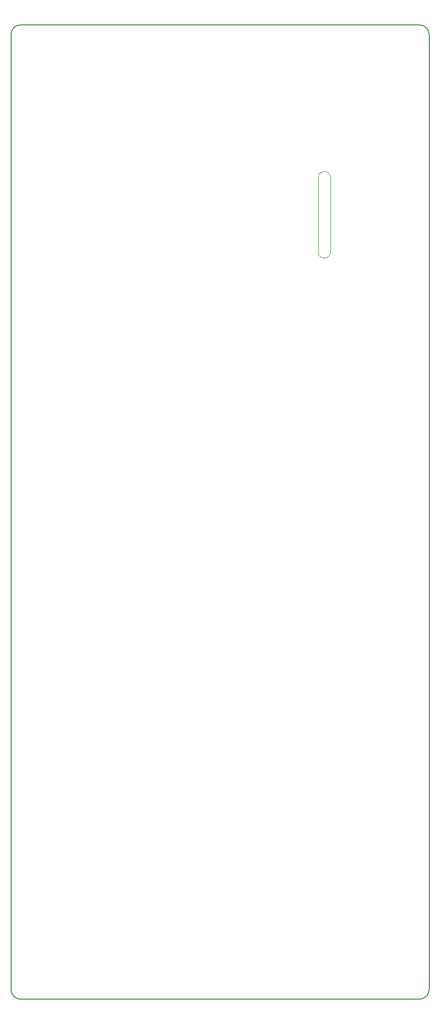
<source format=gbr>
%TF.GenerationSoftware,KiCad,Pcbnew,5.1.9-73d0e3b20d~88~ubuntu20.04.1*%
%TF.CreationDate,2021-04-18T22:57:39-05:00*%
%TF.ProjectId,FCB,4643422e-6b69-4636-9164-5f7063625858,rev?*%
%TF.SameCoordinates,Original*%
%TF.FileFunction,Profile,NP*%
%FSLAX46Y46*%
G04 Gerber Fmt 4.6, Leading zero omitted, Abs format (unit mm)*
G04 Created by KiCad (PCBNEW 5.1.9-73d0e3b20d~88~ubuntu20.04.1) date 2021-04-18 22:57:39*
%MOMM*%
%LPD*%
G01*
G04 APERTURE LIST*
%TA.AperFunction,Profile*%
%ADD10C,0.050000*%
%TD*%
%TA.AperFunction,Profile*%
%ADD11C,0.150000*%
%TD*%
G04 APERTURE END LIST*
D10*
X223350000Y-102870000D02*
G75*
G02*
X221350000Y-102870000I-1000000J0D01*
G01*
X221350000Y-90420000D02*
G75*
G02*
X223350000Y-90420000I1000000J0D01*
G01*
X221350000Y-102870000D02*
X221350000Y-90420000D01*
X223350000Y-90420000D02*
X223350000Y-102870000D01*
D11*
X238250000Y-65000000D02*
G75*
G02*
X239850000Y-66600000I0J-1600000D01*
G01*
X170000000Y-225800000D02*
X170000000Y-66600000D01*
X171600000Y-227400000D02*
G75*
G02*
X170000000Y-225800000I0J1600000D01*
G01*
X239850001Y-225800000D02*
G75*
G02*
X238250000Y-227400001I-1600001J0D01*
G01*
X239850000Y-66600000D02*
X239850000Y-225800000D01*
X171600000Y-65000000D02*
X238250000Y-65000000D01*
X238250000Y-227400000D02*
X171600000Y-227400000D01*
X170000000Y-66600000D02*
G75*
G02*
X171600000Y-65000000I1600000J0D01*
G01*
M02*

</source>
